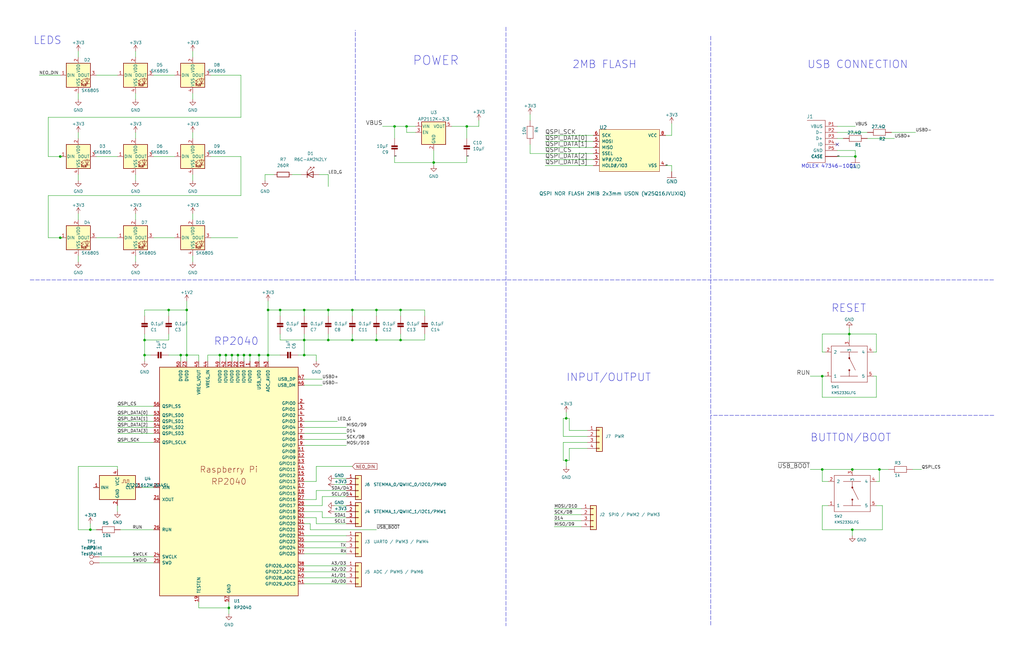
<source format=kicad_sch>
(kicad_sch (version 20211123) (generator eeschema)
  (paper "B")
  (title_block (title "Mini SAM D51"))
  (lib_symbols
    (symbol "Connector:TestPoint" (pin_numbers hide) (pin_names (offset 0.762) hide)
      (property "Reference" "TP" (at 0 6.858 0))
      (property "Value" "TestPoint" (at 0 5.08 0))
      (symbol "TestPoint_1_1"
        (pin passive line (at 0 0 90) (length 2.54) (name "1") (number "1"))
      )
    )
    (symbol "Connector_Generic:Conn_01x04" (pin_names (offset 1.016) hide)
      (property "Reference" "J" (at 0 5.08 0))
      (property "Value" "Conn_01x04" (at 0 -7.62 0))
      (symbol "Conn_01x04_1_1"
        (pin passive line (at -5.08 2.54 0) (length 3.81) (name "Pin_1") (number "1"))
        (pin passive line (at -5.08 0 0) (length 3.81) (name "Pin_2") (number "2"))
        (pin passive line (at -5.08 -2.54 0) (length 3.81) (name "Pin_3") (number "3"))
        (pin passive line (at -5.08 -5.08 0) (length 3.81) (name "Pin_4") (number "4"))
      )
    )
    (symbol "Custom_Library:R6C-AM2N2LY" (pin_numbers hide) (pin_names (offset 1.016) hide)
      (property "Reference" "D1" (at -1.143 8.89 0))
      (property "Value" "R6C-AM2N2LY" (at -1.143 6.35 0))
      (symbol "R6C-AM2N2LY_1_1"
        (pin passive line (at -5.08 0 0) (length 2.54) (name "C") (number "1"))
        (pin passive line (at 2.54 0 180) (length 2.54) (name "A") (number "2"))
      )
    )
    (symbol "Custom_Library:SK6805" (pin_names (offset 0.254))
      (property "Reference" "D" (at 5.08 5.715 0))
      (property "Value" "SK6805" (at 1.27 -5.715 0))
      (symbol "SK6805_0_0"
        (text "RGB" (at 2.286 -4.191 0) (effects (font (size 0.762 0.762))))
      )
      (symbol "SK6805_1_1"
        (pin input line (at -7.62 0 0) (length 2.54) (name "DIN") (number "1"))
        (pin power_in line (at 0 7.62 270) (length 2.54) (name "VDD") (number "2"))
        (pin output line (at 7.62 0 180) (length 2.54) (name "DOUT") (number "3"))
        (pin power_in line (at 0 -7.62 90) (length 2.54) (name "VSS") (number "4"))
      )
    )
    (symbol "Device:R" (pin_numbers hide) (pin_names (offset 0))
      (property "Reference" "R" (at 2.032 0 90))
      (property "Value" "R" (at 0 0 90))
      (symbol "R_1_1"
        (pin passive line (at 0 3.81 270) (length 1.27) (name "~") (number "1"))
        (pin passive line (at 0 -3.81 90) (length 1.27) (name "~") (number "2"))
      )
    )
    (symbol "MCU_RaspberryPi:RP2040" (pin_names (offset 1.016))
      (property "Reference" "U" (at -29.21 49.53 0))
      (property "Value" "RP2040" (at 24.13 -49.53 0))
      (symbol "RP2040_0_0"
        (text "Raspberry Pi" (at 0 5.08 0) (effects (font (size 2.54 2.54))))
        (text "RP2040" (at 0 0 0) (effects (font (size 2.54 2.54))))
      )
      (symbol "RP2040_1_1"
        (pin power_in line (at 8.89 50.8 270) (length 2.54) (name "IOVDD") (number "1"))
        (pin power_in line (at 6.35 50.8 270) (length 2.54) (name "IOVDD") (number "10"))
        (pin bidirectional line (at 31.75 12.7 180) (length 2.54) (name "GPIO8") (number "11"))
        (pin bidirectional line (at 31.75 10.16 180) (length 2.54) (name "GPIO9") (number "12"))
        (pin bidirectional line (at 31.75 7.62 180) (length 2.54) (name "GPIO10") (number "13"))
        (pin bidirectional line (at 31.75 5.08 180) (length 2.54) (name "GPIO11") (number "14"))
        (pin bidirectional line (at 31.75 2.54 180) (length 2.54) (name "GPIO12") (number "15"))
        (pin bidirectional line (at 31.75 0 180) (length 2.54) (name "GPIO13") (number "16"))
        (pin bidirectional line (at 31.75 -2.54 180) (length 2.54) (name "GPIO14") (number "17"))
        (pin bidirectional line (at 31.75 -5.08 180) (length 2.54) (name "GPIO15") (number "18"))
        (pin passive line (at -12.7 -50.8 90) (length 2.54) (name "TESTEN") (number "19"))
        (pin bidirectional line (at 31.75 33.02 180) (length 2.54) (name "GPIO0") (number "2"))
        (pin input line (at -31.75 -2.54 0) (length 2.54) (name "XIN") (number "20"))
        (pin passive line (at -31.75 -7.62 0) (length 2.54) (name "XOUT") (number "21"))
        (pin power_in line (at 3.81 50.8 270) (length 2.54) (name "IOVDD") (number "22"))
        (pin power_in line (at -17.78 50.8 270) (length 2.54) (name "DVDD") (number "23"))
        (pin output line (at -31.75 -31.75 0) (length 2.54) (name "SWCLK") (number "24"))
        (pin bidirectional line (at -31.75 -34.29 0) (length 2.54) (name "SWD") (number "25"))
        (pin input line (at -31.75 -20.32 0) (length 2.54) (name "RUN") (number "26"))
        (pin bidirectional line (at 31.75 -7.62 180) (length 2.54) (name "GPIO16") (number "27"))
        (pin bidirectional line (at 31.75 -10.16 180) (length 2.54) (name "GPIO17") (number "28"))
        (pin bidirectional line (at 31.75 -12.7 180) (length 2.54) (name "GPIO18") (number "29"))
        (pin bidirectional line (at 31.75 30.48 180) (length 2.54) (name "GPIO1") (number "3"))
        (pin bidirectional line (at 31.75 -15.24 180) (length 2.54) (name "GPIO19") (number "30"))
        (pin bidirectional line (at 31.75 -17.78 180) (length 2.54) (name "GPIO20") (number "31"))
        (pin bidirectional line (at 31.75 -20.32 180) (length 2.54) (name "GPIO21") (number "32"))
        (pin power_in line (at 1.27 50.8 270) (length 2.54) (name "IOVDD") (number "33"))
        (pin bidirectional line (at 31.75 -22.86 180) (length 2.54) (name "GPIO22") (number "34"))
        (pin bidirectional line (at 31.75 -25.4 180) (length 2.54) (name "GPIO23") (number "35"))
        (pin bidirectional line (at 31.75 -27.94 180) (length 2.54) (name "GPIO24") (number "36"))
        (pin bidirectional line (at 31.75 -30.48 180) (length 2.54) (name "GPIO25") (number "37"))
        (pin bidirectional line (at 31.75 -35.56 180) (length 2.54) (name "GPIO26_ADC0") (number "38"))
        (pin bidirectional line (at 31.75 -38.1 180) (length 2.54) (name "GPIO27_ADC1") (number "39"))
        (pin bidirectional line (at 31.75 27.94 180) (length 2.54) (name "GPIO2") (number "4"))
        (pin bidirectional line (at 31.75 -40.64 180) (length 2.54) (name "GPIO28_ADC2") (number "40"))
        (pin bidirectional line (at 31.75 -43.18 180) (length 2.54) (name "GPIO29_ADC3") (number "41"))
        (pin power_in line (at -1.27 50.8 270) (length 2.54) (name "IOVDD") (number "42"))
        (pin power_in line (at 16.51 50.8 270) (length 2.54) (name "ADC_AVDD") (number "43"))
        (pin power_in line (at -8.89 50.8 270) (length 2.54) (name "VREG_IN") (number "44"))
        (pin power_out line (at -12.7 50.8 270) (length 2.54) (name "VREG_VOUT") (number "45"))
        (pin bidirectional line (at 31.75 40.64 180) (length 2.54) (name "USB_DM") (number "46"))
        (pin bidirectional line (at 31.75 43.18 180) (length 2.54) (name "USB_DP") (number "47"))
        (pin power_in line (at 12.7 50.8 270) (length 2.54) (name "USB_VDD") (number "48"))
        (pin power_in line (at -3.81 50.8 270) (length 2.54) (name "IOVDD") (number "49"))
        (pin bidirectional line (at 31.75 25.4 180) (length 2.54) (name "GPIO3") (number "5"))
        (pin power_in line (at -20.32 50.8 270) (length 2.54) (name "DVDD") (number "50"))
        (pin bidirectional line (at -31.75 20.32 0) (length 2.54) (name "QSPI_SD3") (number "51"))
        (pin output line (at -31.75 16.51 0) (length 2.54) (name "QSPI_SCLK") (number "52"))
        (pin bidirectional line (at -31.75 27.94 0) (length 2.54) (name "QSPI_SD0") (number "53"))
        (pin bidirectional line (at -31.75 22.86 0) (length 2.54) (name "QSPI_SD2") (number "54"))
        (pin bidirectional line (at -31.75 25.4 0) (length 2.54) (name "QSPI_SD1") (number "55"))
        (pin bidirectional line (at -31.75 31.75 0) (length 2.54) (name "QSPI_SS") (number "56"))
        (pin power_in line (at 0 -50.8 90) (length 2.54) (name "GND") (number "57"))
        (pin bidirectional line (at 31.75 22.86 180) (length 2.54) (name "GPIO4") (number "6"))
        (pin bidirectional line (at 31.75 20.32 180) (length 2.54) (name "GPIO5") (number "7"))
        (pin bidirectional line (at 31.75 17.78 180) (length 2.54) (name "GPIO6") (number "8"))
        (pin bidirectional line (at 31.75 15.24 180) (length 2.54) (name "GPIO7") (number "9"))
      )
    )
    (symbol "MINI_SAM_D51_r025_b001-eagle-import:CAP_CERAMICQUIRKY" (pin_names (offset 1.016))
      (property "Reference" "C" (at 2.54 2.54 0))
      (property "Value" "CAP_CERAMICQUIRKY" (at 2.54 0 0))
      (symbol "CAP_CERAMICQUIRKY_1_0"
        (pin passive line (at 0 5.08 270) (length 2.54) (name "P$1") (number "1"))
        (pin passive line (at 0 -2.54 90) (length 2.54) (name "P$2") (number "2"))
      )
    )
    (symbol "MINI_SAM_D51_r025_b001-eagle-import:FRAME_B_L" (pin_names (offset 1.016))
      (symbol "FRAME_B_L_2_0"
        (text ">DRAWING_NAME" (at 17.78 19.05 0) (effects (font (size 2.159 2.159)) (justify left bottom)))
        (text ">LAST_DATE_TIME" (at 12.7 1.27 0) (effects (font (size 2.159 2.159)) (justify left bottom)))
        (text ">SHEET" (at 86.36 1.27 0) (effects (font (size 2.159 2.159)) (justify left bottom)))
        (text "Date:" (at 1.27 1.27 0) (effects (font (size 2.159 2.159)) (justify left bottom)))
        (text "Document Number:" (at 1.27 11.43 0) (effects (font (size 2.159 2.159)) (justify left bottom)))
        (text "REV:" (at 88.9 11.43 0) (effects (font (size 2.159 2.159)) (justify left bottom)))
        (text "Sheet:" (at 72.39 1.27 0) (effects (font (size 2.159 2.159)) (justify left bottom)))
        (text "TITLE:" (at 1.27 19.05 0) (effects (font (size 2.159 2.159)) (justify left bottom)))
      )
    )
    (symbol "MINI_SAM_D51_r025_b001-eagle-import:GND" (power) (pin_names (offset 1.016))
      (property "Value" "GND" (at -2.54 -2.54 0))
      (symbol "GND_1_0"
        (pin power_in line (at 0 2.54 270) (length 2.54) (name "GND") (number "1"))
      )
    )
    (symbol "MINI_SAM_D51_r025_b001-eagle-import:KMS_SWITCHKMS" (pin_names (offset 1.016))
      (property "Value" "KMS_SWITCHKMS" (at -7.62 -12.7 0))
      (symbol "KMS_SWITCHKMS_1_0"
        (pin bidirectional line (at -10.16 -5.08 0) (length 2.54) (name "1") (number "1"))
        (pin bidirectional line (at -10.16 5.08 0) (length 2.54) (name "2") (number "2"))
        (pin bidirectional line (at 0 10.16 270) (length 2.54) (name "3") (number "3"))
        (pin bidirectional line (at 10.16 5.08 180) (length 2.54) (name "4") (number "4"))
        (pin bidirectional line (at 10.16 -5.08 180) (length 2.54) (name "5") (number "5"))
      )
    )
    (symbol "MINI_SAM_D51_r025_b001-eagle-import:MOLEX_47346-100147346" (pin_names (offset 1.016))
      (property "Value" "MOLEX_47346-100147346" (at -17.78 -2.54 0))
      (symbol "MOLEX_47346-100147346_1_0"
        (pin power_in line (at 5.08 5.08 180) (length 5.08) (name "VBUS") (number "P1"))
        (pin bidirectional line (at 5.08 2.54 180) (length 5.08) (name "D-") (number "P2"))
        (pin bidirectional line (at 5.08 0 180) (length 5.08) (name "D+") (number "P3"))
        (pin bidirectional line (at 5.08 -2.54 180) (length 5.08) (name "ID") (number "P4"))
        (pin power_in line (at 5.08 -5.08 180) (length 5.08) (name "GND") (number "P5"))
        (pin bidirectional line (at 5.08 -7.62 180) (length 5.08) (name "CASE") (number "PAD1"))
        (pin bidirectional line (at 5.08 -7.62 180) (length 5.08) (name "CASE") (number "PAD2"))
        (pin bidirectional line (at 5.08 -7.62 180) (length 5.08) (name "CASE") (number "PAD3"))
        (pin bidirectional line (at 5.08 -7.62 180) (length 5.08) (name "CASE") (number "PAD4"))
      )
    )
    (symbol "MINI_SAM_D51_r025_b001-eagle-import:RESISTORQUIRKY" (pin_names (offset 1.016))
      (property "Reference" "R" (at -2.54 2.032 0))
      (property "Value" "RESISTORQUIRKY" (at -2.54 -3.175 0))
      (symbol "RESISTORQUIRKY_1_0"
        (pin passive line (at -5.08 0 0) (length 2.54) (name "1") (number "1"))
        (pin passive line (at 5.08 0 180) (length 2.54) (name "2") (number "2"))
      )
    )
    (symbol "MINI_SAM_D51_r025_b001-eagle-import:SPIFLASH_8PINUX" (pin_names (offset 1.016))
      (property "Reference" "U2" (at -12.7 10.16 0))
      (property "Value" "QSPI NOR FLASH 2MiB 2x3mm USON (W25Q16JVUXIM)" (at -29.21 -11.43 0))
      (symbol "SPIFLASH_8PINUX_1_0"
        (pin bidirectional line (at -15.24 0 0) (length 2.54) (name "SSEL") (number "1"))
        (pin bidirectional line (at -15.24 2.54 0) (length 2.54) (name "MISO") (number "2"))
        (pin bidirectional line (at -15.24 -2.54 0) (length 2.54) (name "WP#/IO2") (number "3"))
        (pin power_out line (at 15.24 -5.08 180) (length 2.54) (name "VSS") (number "4"))
        (pin bidirectional line (at -15.24 5.08 0) (length 2.54) (name "MOSI") (number "5"))
        (pin bidirectional line (at -15.24 7.62 0) (length 2.54) (name "SCK") (number "6"))
        (pin bidirectional line (at -15.24 -5.08 0) (length 2.54) (name "HOLD#/IO3") (number "7"))
        (pin power_in line (at 15.24 7.62 180) (length 2.54) (name "VCC") (number "8"))
      )
    )
    (symbol "Oscillator:KC2520Z"
      (property "Reference" "U" (at 2.54 12.7 0))
      (property "Value" "KC2520Z" (at 6.35 10.16 0))
      (symbol "KC2520Z_1_1"
        (pin input line (at -10.16 0 0) (length 2.54) (name "INH") (number "1"))
        (pin power_in line (at 0 -7.62 90) (length 2.54) (name "GND") (number "2"))
        (pin output line (at 10.16 0 180) (length 2.54) (name "CLK") (number "3"))
        (pin power_in line (at 0 7.62 270) (length 2.54) (name "VCC") (number "4"))
      )
    )
    (symbol "Regulator_Linear:AP2112K-3.3" (pin_names (offset 0.254))
      (property "Reference" "U" (at -5.08 5.715 0))
      (property "Value" "AP2112K-3.3" (at 0 5.715 0))
      (symbol "AP2112K-3.3_1_1"
        (pin power_in line (at -7.62 2.54 0) (length 2.54) (name "VIN") (number "1"))
        (pin power_in line (at 0 -7.62 90) (length 2.54) (name "GND") (number "2"))
        (pin input line (at -7.62 0 0) (length 2.54) (name "EN") (number "3"))
        (pin no_connect line (at 5.08 0 180) (length 2.54) hide (name "NC") (number "4"))
        (pin power_out line (at 7.62 2.54 180) (length 2.54) (name "VOUT") (number "5"))
      )
    )
    (symbol "power:+1V2" (power) (pin_names (offset 0))
      (property "Value" "+1V2" (at 0 3.556 0))
      (symbol "+1V2_1_1"
        (pin power_in line (at 0 0 90) (length 0) hide (name "+1V2") (number "1"))
      )
    )
    (symbol "power:+3.3V" (power) (pin_names (offset 0))
      (property "Value" "+3.3V" (at 0 3.556 0))
      (symbol "+3.3V_1_1"
        (pin power_in line (at 0 0 90) (length 0) hide (name "+3V3") (number "1"))
      )
    )
    (symbol "power:GND" (power) (pin_names (offset 0))
      (property "Value" "GND" (at 0 -3.81 0))
      (symbol "GND_1_1"
        (pin power_in line (at 0 0 270) (length 0) hide (name "GND") (number "1"))
      )
    )
  )
  (junction (at 97.79 149.86))
  (junction (at 128.27 143.51))
  (junction (at 60.96 149.86))
  (junction (at 370.84 198.12))
  (junction (at 25.4 66.04))
  (junction (at 358.14 140.97))
  (junction (at 158.75 130.81))
  (junction (at 138.43 143.51))
  (junction (at 118.11 130.81))
  (junction (at 92.71 149.86))
  (junction (at 38.1 223.52))
  (junction (at 168.91 130.81))
  (junction (at 166.37 53.34))
  (junction (at 95.25 149.86))
  (junction (at 359.41 223.52))
  (junction (at 196.85 53.34))
  (junction (at 128.27 130.81))
  (junction (at 71.12 130.81))
  (junction (at 168.91 143.51))
  (junction (at 238.76 194.31))
  (junction (at 171.45 53.34))
  (junction (at 148.59 130.81))
  (junction (at 148.59 143.51))
  (junction (at 78.74 130.81))
  (junction (at 238.76 176.53))
  (junction (at 138.43 130.81))
  (junction (at 105.41 149.86))
  (junction (at 76.2 149.86))
  (junction (at 100.33 149.86))
  (junction (at 78.74 149.86))
  (junction (at 346.71 198.12))
  (junction (at 182.88 68.58))
  (junction (at 359.41 198.12))
  (junction (at 113.03 130.81))
  (junction (at 109.22 149.86))
  (junction (at 128.27 149.86))
  (junction (at 60.96 143.51))
  (junction (at 96.52 256.54))
  (junction (at 102.87 149.86))
  (junction (at 158.75 143.51))
  (junction (at 346.71 158.75))
  (junction (at 113.03 149.86))
  (junction (at 25.4 100.33))
  (junction (at 360.68 66.04))
  (no_connect (at 353.06 60.96))
  (wire (pts (xy 130.81 223.52) (xy 158.75 223.52)))
  (wire (pts (xy 125.73 149.86) (xy 128.27 149.86)))
  (wire (pts (xy 128.27 143.51) (xy 128.27 140.97)))
  (wire (pts (xy 81.28 107.95) (xy 81.28 110.49)))
  (wire (pts (xy 369.57 203.2) (xy 370.84 203.2)))
  (wire (pts (xy 40.64 31.75) (xy 49.53 31.75)))
  (wire (pts (xy 346.71 148.59) (xy 346.71 140.97)))
  (wire (pts (xy 128.27 226.06) (xy 146.05 226.06)))
  (wire (pts (xy 233.68 219.71) (xy 245.11 219.71)))
  (wire (pts (xy 97.79 149.86) (xy 100.33 149.86)))
  (wire (pts (xy 283.21 69.85) (xy 283.21 72.39)))
  (wire (pts (xy 166.37 68.58) (xy 182.88 68.58)))
  (wire (pts (xy 95.25 149.86) (xy 95.25 152.4)))
  (wire (pts (xy 57.15 73.66) (xy 57.15 76.2)))
  (wire (pts (xy 60.96 130.81) (xy 71.12 130.81)))
  (wire (pts (xy 81.28 21.59) (xy 81.28 24.13)))
  (wire (pts (xy 138.43 73.66) (xy 138.43 78.74)))
  (wire (pts (xy 20.32 82.55) (xy 20.32 100.33)))
  (wire (pts (xy 146.05 218.44) (xy 135.89 218.44)))
  (wire (pts (xy 57.15 90.17) (xy 57.15 92.71)))
  (wire (pts (xy 128.27 130.81) (xy 128.27 133.35)))
  (polyline (pts (xy 299.72 15.24) (xy 299.72 264.16)))
  (wire (pts (xy 83.82 152.4) (xy 83.82 149.86)))
  (wire (pts (xy 60.96 149.86) (xy 60.96 152.4)))
  (wire (pts (xy 140.97 204.47) (xy 146.05 204.47)))
  (wire (pts (xy 368.3 158.75) (xy 369.57 158.75)))
  (wire (pts (xy 118.11 143.51) (xy 128.27 143.51)))
  (wire (pts (xy 20.32 49.53) (xy 101.6 49.53)))
  (wire (pts (xy 233.68 214.63) (xy 245.11 214.63)))
  (wire (pts (xy 171.45 55.88) (xy 175.26 55.88)))
  (wire (pts (xy 92.71 152.4) (xy 92.71 149.86)))
  (wire (pts (xy 359.41 223.52) (xy 372.11 223.52)))
  (wire (pts (xy 133.35 218.44) (xy 133.35 220.98)))
  (wire (pts (xy 60.96 149.86) (xy 63.5 149.86)))
  (wire (pts (xy 168.91 130.81) (xy 179.07 130.81)))
  (wire (pts (xy 240.03 181.61) (xy 240.03 176.53)))
  (wire (pts (xy 59.69 205.74) (xy 64.77 205.74)))
  (wire (pts (xy 369.57 213.36) (xy 372.11 213.36)))
  (wire (pts (xy 346.71 140.97) (xy 358.14 140.97)))
  (wire (pts (xy 237.49 184.15) (xy 237.49 176.53)))
  (wire (pts (xy 33.02 90.17) (xy 33.02 92.71)))
  (wire (pts (xy 166.37 53.34) (xy 166.37 58.42)))
  (wire (pts (xy 49.53 180.34) (xy 64.77 180.34)))
  (wire (pts (xy 26.67 100.33) (xy 25.4 100.33)))
  (wire (pts (xy 201.93 50.8) (xy 201.93 53.34)))
  (wire (pts (xy 148.59 143.51) (xy 148.59 140.97)))
  (wire (pts (xy 113.03 127) (xy 113.03 130.81)))
  (wire (pts (xy 128.27 238.76) (xy 146.05 238.76)))
  (wire (pts (xy 41.91 237.49) (xy 64.77 237.49)))
  (wire (pts (xy 233.68 217.17) (xy 245.11 217.17)))
  (wire (pts (xy 49.53 171.45) (xy 64.77 171.45)))
  (wire (pts (xy 111.76 73.66) (xy 111.76 76.2)))
  (wire (pts (xy 40.64 223.52) (xy 38.1 223.52)))
  (wire (pts (xy 223.52 48.26) (xy 223.52 50.8)))
  (wire (pts (xy 359.41 223.52) (xy 359.41 226.06)))
  (wire (pts (xy 133.35 203.2) (xy 133.35 196.85)))
  (wire (pts (xy 128.27 162.56) (xy 135.89 162.56)))
  (wire (pts (xy 33.02 73.66) (xy 33.02 76.2)))
  (wire (pts (xy 25.4 100.33) (xy 20.32 100.33)))
  (wire (pts (xy 341.63 158.75) (xy 346.71 158.75)))
  (wire (pts (xy 49.53 177.8) (xy 64.77 177.8)))
  (wire (pts (xy 102.87 149.86) (xy 102.87 152.4)))
  (wire (pts (xy 33.02 107.95) (xy 33.02 110.49)))
  (wire (pts (xy 92.71 149.86) (xy 95.25 149.86)))
  (wire (pts (xy 88.9 100.33) (xy 100.33 100.33)))
  (wire (pts (xy 134.62 73.66) (xy 138.43 73.66)))
  (wire (pts (xy 229.87 59.69) (xy 250.19 59.69)))
  (wire (pts (xy 133.35 196.85) (xy 148.59 196.85)))
  (wire (pts (xy 118.11 140.97) (xy 118.11 143.51)))
  (wire (pts (xy 81.28 73.66) (xy 81.28 76.2)))
  (wire (pts (xy 247.65 189.23) (xy 240.03 189.23)))
  (wire (pts (xy 49.53 196.85) (xy 49.53 198.12)))
  (wire (pts (xy 365.76 58.42) (xy 377.19 58.42)))
  (wire (pts (xy 158.75 130.81) (xy 168.91 130.81)))
  (wire (pts (xy 196.85 53.34) (xy 201.93 53.34)))
  (wire (pts (xy 60.96 143.51) (xy 60.96 149.86)))
  (wire (pts (xy 133.35 210.82) (xy 133.35 207.01)))
  (wire (pts (xy 26.67 66.04) (xy 25.4 66.04)))
  (wire (pts (xy 140.97 201.93) (xy 146.05 201.93)))
  (wire (pts (xy 128.27 149.86) (xy 133.35 149.86)))
  (wire (pts (xy 384.81 198.12) (xy 388.62 198.12)))
  (wire (pts (xy 128.27 180.34) (xy 146.05 180.34)))
  (wire (pts (xy 100.33 149.86) (xy 100.33 152.4)))
  (wire (pts (xy 123.19 73.66) (xy 127 73.66)))
  (wire (pts (xy 128.27 185.42) (xy 146.05 185.42)))
  (wire (pts (xy 71.12 130.81) (xy 71.12 133.35)))
  (wire (pts (xy 83.82 254) (xy 83.82 256.54)))
  (wire (pts (xy 83.82 149.86) (xy 78.74 149.86)))
  (wire (pts (xy 250.19 64.77) (xy 223.52 64.77)))
  (wire (pts (xy 135.89 209.55) (xy 146.05 209.55)))
  (wire (pts (xy 250.19 57.15) (xy 229.87 57.15)))
  (wire (pts (xy 128.27 203.2) (xy 133.35 203.2)))
  (polyline (pts (xy 149.86 118.11) (xy 149.86 12.7)))
  (wire (pts (xy 118.11 130.81) (xy 128.27 130.81)))
  (wire (pts (xy 237.49 186.69) (xy 247.65 186.69)))
  (wire (pts (xy 38.1 223.52) (xy 33.02 223.52)))
  (wire (pts (xy 360.68 66.04) (xy 360.68 63.5)))
  (wire (pts (xy 238.76 176.53) (xy 240.03 176.53)))
  (wire (pts (xy 40.64 100.33) (xy 49.53 100.33)))
  (wire (pts (xy 16.51 31.75) (xy 25.4 31.75)))
  (wire (pts (xy 179.07 130.81) (xy 179.07 133.35)))
  (wire (pts (xy 148.59 130.81) (xy 158.75 130.81)))
  (wire (pts (xy 71.12 130.81) (xy 78.74 130.81)))
  (wire (pts (xy 81.28 90.17) (xy 81.28 92.71)))
  (wire (pts (xy 113.03 130.81) (xy 118.11 130.81)))
  (wire (pts (xy 40.64 66.04) (xy 49.53 66.04)))
  (wire (pts (xy 138.43 143.51) (xy 138.43 140.97)))
  (wire (pts (xy 64.77 100.33) (xy 73.66 100.33)))
  (wire (pts (xy 97.79 149.86) (xy 97.79 152.4)))
  (wire (pts (xy 49.53 182.88) (xy 64.77 182.88)))
  (wire (pts (xy 78.74 149.86) (xy 76.2 149.86)))
  (wire (pts (xy 148.59 130.81) (xy 148.59 133.35)))
  (wire (pts (xy 109.22 152.4) (xy 109.22 149.86)))
  (wire (pts (xy 229.87 69.85) (xy 250.19 69.85)))
  (wire (pts (xy 113.03 152.4) (xy 113.03 149.86)))
  (wire (pts (xy 128.27 243.84) (xy 146.05 243.84)))
  (wire (pts (xy 171.45 53.34) (xy 166.37 53.34)))
  (wire (pts (xy 190.5 53.34) (xy 196.85 53.34)))
  (wire (pts (xy 102.87 149.86) (xy 105.41 149.86)))
  (wire (pts (xy 33.02 39.37) (xy 33.02 41.91)))
  (wire (pts (xy 369.57 158.75) (xy 369.57 167.64)))
  (wire (pts (xy 128.27 233.68) (xy 146.05 233.68)))
  (wire (pts (xy 57.15 21.59) (xy 57.15 24.13)))
  (wire (pts (xy 64.77 66.04) (xy 73.66 66.04)))
  (wire (pts (xy 128.27 215.9) (xy 135.89 215.9)))
  (wire (pts (xy 353.06 58.42) (xy 355.6 58.42)))
  (wire (pts (xy 71.12 140.97) (xy 71.12 143.51)))
  (wire (pts (xy 133.35 220.98) (xy 146.05 220.98)))
  (wire (pts (xy 372.11 223.52) (xy 372.11 213.36)))
  (wire (pts (xy 49.53 186.69) (xy 64.77 186.69)))
  (wire (pts (xy 370.84 198.12) (xy 374.65 198.12)))
  (wire (pts (xy 50.8 223.52) (xy 64.77 223.52)))
  (wire (pts (xy 140.97 213.36) (xy 146.05 213.36)))
  (wire (pts (xy 158.75 143.51) (xy 158.75 140.97)))
  (wire (pts (xy 182.88 68.58) (xy 196.85 68.58)))
  (wire (pts (xy 341.63 198.12) (xy 346.71 198.12)))
  (wire (pts (xy 128.27 228.6) (xy 146.05 228.6)))
  (wire (pts (xy 346.71 167.64) (xy 346.71 158.75)))
  (wire (pts (xy 71.12 143.51) (xy 60.96 143.51)))
  (wire (pts (xy 353.06 55.88) (xy 365.76 55.88)))
  (wire (pts (xy 346.71 148.59) (xy 347.98 148.59)))
  (wire (pts (xy 358.14 140.97) (xy 358.14 143.51)))
  (wire (pts (xy 133.35 149.86) (xy 133.35 152.4)))
  (wire (pts (xy 128.27 241.3) (xy 146.05 241.3)))
  (wire (pts (xy 96.52 256.54) (xy 96.52 259.08)))
  (wire (pts (xy 369.57 140.97) (xy 369.57 148.59)))
  (wire (pts (xy 237.49 176.53) (xy 238.76 176.53)))
  (wire (pts (xy 60.96 140.97) (xy 60.96 143.51)))
  (wire (pts (xy 109.22 149.86) (xy 105.41 149.86)))
  (wire (pts (xy 64.77 31.75) (xy 73.66 31.75)))
  (wire (pts (xy 87.63 152.4) (xy 87.63 149.86)))
  (wire (pts (xy 118.11 130.81) (xy 118.11 133.35)))
  (wire (pts (xy 128.27 177.8) (xy 142.24 177.8)))
  (wire (pts (xy 375.92 55.88) (xy 386.08 55.88)))
  (wire (pts (xy 20.32 66.04) (xy 20.32 49.53)))
  (wire (pts (xy 250.19 62.23) (xy 229.87 62.23)))
  (wire (pts (xy 101.6 49.53) (xy 101.6 31.75)))
  (wire (pts (xy 346.71 223.52) (xy 359.41 223.52)))
  (wire (pts (xy 280.67 69.85) (xy 283.21 69.85)))
  (wire (pts (xy 101.6 82.55) (xy 20.32 82.55)))
  (wire (pts (xy 369.57 167.64) (xy 346.71 167.64)))
  (wire (pts (xy 33.02 223.52) (xy 33.02 196.85)))
  (wire (pts (xy 115.57 73.66) (xy 111.76 73.66)))
  (wire (pts (xy 133.35 207.01) (xy 146.05 207.01)))
  (wire (pts (xy 240.03 189.23) (xy 240.03 194.31)))
  (wire (pts (xy 57.15 55.88) (xy 57.15 58.42)))
  (wire (pts (xy 161.29 53.34) (xy 166.37 53.34)))
  (wire (pts (xy 25.4 66.04) (xy 20.32 66.04)))
  (wire (pts (xy 283.21 57.15) (xy 283.21 52.07)))
  (wire (pts (xy 280.67 57.15) (xy 283.21 57.15)))
  (wire (pts (xy 171.45 55.88) (xy 171.45 53.34)))
  (wire (pts (xy 113.03 149.86) (xy 109.22 149.86)))
  (wire (pts (xy 78.74 149.86) (xy 78.74 152.4)))
  (wire (pts (xy 135.89 213.36) (xy 135.89 209.55)))
  (wire (pts (xy 140.97 215.9) (xy 146.05 215.9)))
  (wire (pts (xy 346.71 213.36) (xy 346.71 223.52)))
  (wire (pts (xy 168.91 143.51) (xy 179.07 143.51)))
  (wire (pts (xy 182.88 63.5) (xy 182.88 68.58)))
  (wire (pts (xy 128.27 130.81) (xy 138.43 130.81)))
  (wire (pts (xy 238.76 194.31) (xy 238.76 196.85)))
  (wire (pts (xy 247.65 184.15) (xy 237.49 184.15)))
  (wire (pts (xy 358.14 140.97) (xy 369.57 140.97)))
  (wire (pts (xy 369.57 148.59) (xy 368.3 148.59)))
  (wire (pts (xy 196.85 66.04) (xy 196.85 68.58)))
  (wire (pts (xy 128.27 187.96) (xy 146.05 187.96)))
  (wire (pts (xy 49.53 175.26) (xy 64.77 175.26)))
  (wire (pts (xy 240.03 194.31) (xy 238.76 194.31)))
  (wire (pts (xy 100.33 149.86) (xy 102.87 149.86)))
  (wire (pts (xy 71.12 149.86) (xy 76.2 149.86)))
  (wire (pts (xy 78.74 130.81) (xy 78.74 149.86)))
  (wire (pts (xy 138.43 143.51) (xy 148.59 143.51)))
  (wire (pts (xy 57.15 39.37) (xy 57.15 41.91)))
  (wire (pts (xy 346.71 203.2) (xy 346.71 198.12)))
  (wire (pts (xy 33.02 55.88) (xy 33.02 58.42)))
  (wire (pts (xy 76.2 149.86) (xy 76.2 152.4)))
  (wire (pts (xy 128.27 220.98) (xy 130.81 220.98)))
  (wire (pts (xy 346.71 158.75) (xy 347.98 158.75)))
  (wire (pts (xy 168.91 130.81) (xy 168.91 133.35)))
  (wire (pts (xy 247.65 181.61) (xy 240.03 181.61)))
  (wire (pts (xy 238.76 194.31) (xy 237.49 194.31)))
  (wire (pts (xy 60.96 133.35) (xy 60.96 130.81)))
  (wire (pts (xy 358.14 140.97) (xy 358.14 138.43)))
  (wire (pts (xy 353.06 63.5) (xy 360.68 63.5)))
  (wire (pts (xy 88.9 66.04) (xy 101.6 66.04)))
  (wire (pts (xy 33.02 196.85) (xy 49.53 196.85)))
  (wire (pts (xy 349.25 203.2) (xy 346.71 203.2)))
  (wire (pts (xy 113.03 149.86) (xy 118.11 149.86)))
  (wire (pts (xy 101.6 66.04) (xy 101.6 82.55)))
  (wire (pts (xy 370.84 198.12) (xy 359.41 198.12)))
  (wire (pts (xy 128.27 213.36) (xy 135.89 213.36)))
  (wire (pts (xy 138.43 130.81) (xy 148.59 130.81)))
  (wire (pts (xy 83.82 256.54) (xy 96.52 256.54)))
  (wire (pts (xy 128.27 160.02) (xy 135.89 160.02)))
  (wire (pts (xy 182.88 68.58) (xy 182.88 69.85)))
  (polyline (pts (xy 419.1 175.26) (xy 299.72 175.26)))
  (wire (pts (xy 133.35 218.44) (xy 128.27 218.44)))
  (wire (pts (xy 57.15 107.95) (xy 57.15 110.49)))
  (wire (pts (xy 128.27 143.51) (xy 128.27 149.86)))
  (wire (pts (xy 138.43 130.81) (xy 138.43 133.35)))
  (wire (pts (xy 359.41 198.12) (xy 346.71 198.12)))
  (wire (pts (xy 81.28 55.88) (xy 81.28 58.42)))
  (wire (pts (xy 128.27 246.38) (xy 146.05 246.38)))
  (wire (pts (xy 349.25 213.36) (xy 346.71 213.36)))
  (wire (pts (xy 237.49 194.31) (xy 237.49 186.69)))
  (wire (pts (xy 171.45 53.34) (xy 175.26 53.34)))
  (wire (pts (xy 130.81 220.98) (xy 130.81 223.52)))
  (wire (pts (xy 148.59 143.51) (xy 158.75 143.51)))
  (wire (pts (xy 168.91 143.51) (xy 168.91 140.97)))
  (wire (pts (xy 95.25 149.86) (xy 97.79 149.86)))
  (wire (pts (xy 81.28 39.37) (xy 81.28 41.91)))
  (wire (pts (xy 128.27 143.51) (xy 138.43 143.51)))
  (wire (pts (xy 233.68 222.25) (xy 245.11 222.25)))
  (wire (pts (xy 238.76 173.99) (xy 238.76 176.53)))
  (wire (pts (xy 128.27 182.88) (xy 146.05 182.88)))
  (wire (pts (xy 78.74 127) (xy 78.74 130.81)))
  (wire (pts (xy 41.91 234.95) (xy 64.77 234.95)))
  (polyline (pts (xy 213.36 11.43) (xy 213.36 264.16)))
  (wire (pts (xy 223.52 64.77) (xy 223.52 60.96)))
  (wire (pts (xy 105.41 149.86) (xy 105.41 152.4)))
  (wire (pts (xy 113.03 149.86) (xy 113.03 130.81)))
  (wire (pts (xy 49.53 213.36) (xy 49.53 215.9)))
  (wire (pts (xy 128.27 210.82) (xy 133.35 210.82)))
  (wire (pts (xy 370.84 203.2) (xy 370.84 198.12)))
  (wire (pts (xy 135.89 215.9) (xy 135.89 218.44)))
  (wire (pts (xy 353.06 66.04) (xy 360.68 66.04)))
  (wire (pts (xy 33.02 21.59) (xy 33.02 24.13)))
  (polyline (pts (xy 12.7 118.11) (xy 419.1 118.11)))
  (wire (pts (xy 179.07 143.51) (xy 179.07 140.97)))
  (wire (pts (xy 38.1 220.98) (xy 38.1 223.52)))
  (wire (pts (xy 96.52 254) (xy 96.52 256.54)))
  (wire (pts (xy 250.19 67.31) (xy 229.87 67.31)))
  (wire (pts (xy 101.6 31.75) (xy 88.9 31.75)))
  (wire (pts (xy 87.63 149.86) (xy 92.71 149.86)))
  (wire (pts (xy 158.75 143.51) (xy 168.91 143.51)))
  (wire (pts (xy 158.75 130.81) (xy 158.75 133.35)))
  (wire (pts (xy 353.06 53.34) (xy 360.68 53.34)))
  (wire (pts (xy 128.27 231.14) (xy 146.05 231.14)))
  (wire (pts (xy 196.85 53.34) (xy 196.85 58.42)))
  (wire (pts (xy 166.37 66.04) (xy 166.37 68.58)))
  (text "2MB FLASH" (at 241.3 29.21 0) (effects (font (size 3.2258 3.2258)) (justify left bottom)))
  (text "RESET" (at 350.52 132.08 0) (effects (font (size 3.2258 3.2258)) (justify left bottom)))
  (text "INPUT/OUTPUT" (at 238.76 161.29 0) (effects (font (size 3.2258 3.2258)) (justify left bottom)))
  (text "POWER" (at 173.99 27.94 0) (effects (font (size 3.81 3.81)) (justify left bottom)))
  (text "BUTTON/BOOT" (at 341.63 186.69 0) (effects (font (size 3.2258 3.2258)) (justify left bottom)))
  (text "USB CONNECTION" (at 340.36 29.21 0) (effects (font (size 3.2258 3.2258)) (justify left bottom)))
  (text "MOLEX 47346-1001" (at 337.82 71.12 0) (effects (font (size 1.4986 1.4986)) (justify left bottom)))
  (text "LEDS" (at 13.97 19.05 0) (effects (font (size 3.2258 3.2258)) (justify left bottom)))
  (text "RP2040" (at 90.17 146.05 0) (effects (font (size 3.2258 3.2258)) (justify left bottom)))
  (label "QSPI_SCK" (at 49.53 186.69 0))
  (label "QSPI_SCK" (at 229.87 57.15 0) (effects (font (size 1.778 1.778))))
  (label "GND" (at 166.37 66.04 0) (effects (font (size 0.254 0.254))))
  (label "D14" (at 146.05 182.88 0))
  (label "SCK{slash}D8" (at 146.05 185.42 0))
  (label "USBD+" (at 377.19 58.42 0))
  (label "SCL1" (at 140.97 220.98 0))
  (label "TX" (at 143.51 231.14 0))
  (label "MISO{slash}D9" (at 146.05 180.34 0))
  (label "QSPI_DATA[3]" (at 229.87 69.85 0) (effects (font (size 1.778 1.778))))
  (label "QSPI_CS" (at 49.53 171.45 0))
  (label "SWDIO" (at 55.88 237.49 0))
  (label "NEO_DIN" (at 16.51 31.75 0))
  (label "QSPI_DATA[1]" (at 49.53 177.8 0))
  (label "A0{slash}D0" (at 139.7 246.38 0))
  (label "QSPI_DATA[3]" (at 49.53 182.88 0))
  (label "RUN" (at 341.63 158.75 180) (effects (font (size 1.778 1.778))))
  (label "MOSI{slash}D10" (at 233.68 214.63 0))
  (label "QSPI_DATA[0]" (at 229.87 59.69 0) (effects (font (size 1.778 1.778))))
  (label "GND" (at 196.85 66.04 0) (effects (font (size 0.254 0.254))))
  (label "QSPI_DATA[0]" (at 49.53 175.26 0))
  (label "MISO{slash}D9" (at 233.68 222.25 0))
  (label "SDA1" (at 140.97 218.44 0))
  (label "LED_G" (at 138.43 73.66 0))
  (label "SDA{slash}D4" (at 139.7 207.01 0))
  (label "SCL{slash}D5" (at 139.7 209.55 0))
  (label "GND" (at 280.67 69.85 0) (effects (font (size 0.254 0.254))))
  (label "QSPI_DATA[2]" (at 229.87 67.31 0) (effects (font (size 1.778 1.778))))
  (label "~{USB_BOOT}" (at 341.63 198.12 180) (effects (font (size 1.778 1.778))))
  (label "RX" (at 143.51 233.68 0))
  (label "MOSI{slash}D10" (at 146.05 187.96 0))
  (label "QSPI_DATA[2]" (at 49.53 180.34 0))
  (label "A3{slash}D3" (at 139.7 238.76 0))
  (label "VBUS" (at 360.68 53.34 0))
  (label "A1{slash}D1" (at 139.7 243.84 0))
  (label "SCK{slash}D8" (at 233.68 217.17 0))
  (label "USBD-" (at 135.89 162.56 0))
  (label "USBD+" (at 135.89 160.02 0))
  (label "GND" (at 353.06 66.04 0) (effects (font (size 0.254 0.254))))
  (label "USBD-" (at 386.08 55.88 0))
  (label "QSPI_CS" (at 229.87 64.77 0) (effects (font (size 1.778 1.778))))
  (label "SWCLK" (at 55.88 234.95 0))
  (label "QSPI_CS" (at 388.62 198.12 0))
  (label "VBUS" (at 161.29 53.34 180) (effects (font (size 1.778 1.778))))
  (label "D14" (at 233.68 219.71 0))
  (label "A2{slash}D2" (at 139.7 241.3 0))
  (label "~{USB_BOOT}" (at 158.75 223.52 0))
  (label "RUN" (at 55.88 223.52 0))
  (label "QSPI_DATA[1]" (at 229.87 62.23 0) (effects (font (size 1.778 1.778))))
  (label "LED_G" (at 142.24 177.8 0))
  (global_label "NEO_DIN" (shape input) (at 148.59 196.85 0) (property "Intersheet References" "${INTERSHEET_REFS}" (effects hide)))
  (symbol (lib_id "MINI_SAM_D51_r025_b001-eagle-import:KMS_SWITCHKMS") (at 359.41 208.28 0) (unit 1)
    (property "Reference" "SW2" (at 351.79 218.44 0) (effects (font (size 1.0668 1.0668)) (justify left bottom)))
    (property "Value" "KMS233GLFG" (at 351.79 220.98 0) (effects (font (size 1.0668 1.0668)) (justify left bottom)))
    (property "Footprint" "MINI_SAM_D51_r025_b001:KMS_SWITCH" (effects hide))
  )
  (symbol (lib_id "MINI_SAM_D51_r025_b001-eagle-import:CAP_CERAMICQUIRKY") (at 166.37 60.96 180) (unit 1)
    (property "Reference" "C9" (at 163.83 63.5 0) (effects (justify left bottom)))
    (property "Value" "10µF" (at 163.83 60.96 0) (effects (justify left bottom)))
    (property "Footprint" "MINI_SAM_D51_r025_b001:0603_CAPACITOR" (effects hide))
  )
  (symbol (lib_id "MINI_SAM_D51_r025_b001-eagle-import:KMS_SWITCHKMS") (at 358.14 153.67 0) (unit 1)
    (property "Reference" "SW1" (at 350.52 163.83 0) (effects (font (size 1.0668 1.0668)) (justify left bottom)))
    (property "Value" "KMS233GLFG" (at 350.52 166.37 0) (effects (font (size 1.0668 1.0668)) (justify left bottom)))
    (property "Footprint" "MINI_SAM_D51_r025_b001:KMS_SWITCH" (effects hide))
  )
  (symbol (lib_id "MINI_SAM_D51_r025_b001-eagle-import:GND") (at 283.21 74.93 0) (mirror y) (unit 1)
    (property "Reference" "#GND018" (effects hide))
    (property "Value" "GND" (at 285.75 77.47 0) (effects (font (size 1.4986 1.4986)) (justify left bottom)))
  )
  (symbol (lib_id "MINI_SAM_D51_r025_b001-eagle-import:FRAME_B_L") (at 2.54 278.13 0) (unit 1)
    (property "Reference" "#FRAME1" (effects hide))
    (property "Value" "45" (effects hide))
  )
  (symbol (lib_id "MINI_SAM_D51_r025_b001-eagle-import:CAP_CERAMICQUIRKY") (at 196.85 63.5 0) (unit 1)
    (property "Reference" "C10" (at 199.39 60.96 0) (effects (justify left bottom)))
    (property "Value" "10µF" (at 199.39 63.5 0) (effects (justify left bottom)))
    (property "Footprint" "MINI_SAM_D51_r025_b001:0603_CAPACITOR" (effects hide))
  )
  (symbol (lib_id "MINI_SAM_D51_r025_b001-eagle-import:GND") (at 360.68 68.58 0) (unit 1)
    (property "Reference" "#GND012" (effects hide))
    (property "Value" "GND" (at 358.14 71.12 0) (effects (font (size 1.4986 1.4986)) (justify left bottom)))
  )
  (symbol (lib_id "MINI_SAM_D51_r025_b001-eagle-import:SPIFLASH_8PINUX") (at 265.43 64.77 0) (unit 1)
    (property "Reference" "U2" (at 252.73 54.61 0) (effects (font (size 1.4986 1.4986)) (justify left bottom)))
    (property "Value" "QSPI NOR FLASH 2MiB 2x3mm USON (W25Q16JVUXIQ)" (at 227.33 82.55 0) (effects (font (size 1.4986 1.4986)) (justify left bottom)))
    (property "Footprint" "Custom_Library:USON-8_L3.0-W2.0-P0.50-BL-EP" (effects hide))
  )
  (symbol (lib_id "MINI_SAM_D51_r025_b001-eagle-import:MOLEX_47346-100147346") (at 347.98 58.42 0) (unit 1)
    (property "Reference" "J1" (at 340.106 50.038 0) (effects (font (size 1.4986 1.4986)) (justify left bottom)))
    (property "Value" "MOLEX_47346-100147346" (effects hide))
    (property "Footprint" "MINI_SAM_D51_r025_b001:MOLEX_47346-1001" (effects hide))
  )
  (symbol (lib_id "MINI_SAM_D51_r025_b001-eagle-import:CAP_CERAMICQUIRKY") (at 118.11 135.89 0) (mirror x) (unit 1)
    (property "Reference" "C5" (at 120.65 138.43 0) (effects (justify left bottom)))
    (property "Value" "0.1µF" (at 120.65 135.89 0) (effects (justify left bottom)))
    (property "Footprint" "Capacitor_SMD:C_0402_1005Metric" (effects hide))
  )
  (symbol (lib_id "power:GND") (at 359.41 226.06 0) (unit 1)
    (property "Reference" "#PWR0115" (effects hide))
    (property "Value" "GND" (at 361.315 227.809 0) (effects (justify left)))
  )
  (symbol (lib_id "power:GND") (at 238.76 196.85 0) (unit 1)
    (property "Reference" "#PWR0119" (effects hide))
    (property "Value" "GND" (at 238.76 201.4125 0))
  )
  (symbol (lib_id "power:GND") (at 60.96 152.4 0) (unit 1)
    (property "Reference" "#PWR0103" (effects hide))
    (property "Value" "GND" (at 60.96 156.9625 0))
  )
  (symbol (lib_id "Connector_Generic:Conn_01x04") (at 252.73 184.15 0) (unit 1)
    (property "Reference" "J7" (at 255.27 184.15 0) (effects (justify left)))
    (property "Value" "PWR" (at 259.08 184.15 0) (effects (justify left)))
    (property "Footprint" "Connector_JST:JST_SH_SM04B-SRSS-TB_1x04-1MP_P1.00mm_Horizontal" (effects hide))
  )
  (symbol (lib_id "Device:R") (at 119.38 73.66 270) (mirror x) (unit 1)
    (property "Reference" "R7" (at 119.38 67.31 90))
    (property "Value" "260R" (at 119.38 69.85 90))
    (property "Footprint" "Resistor_SMD:R_0603_1608Metric" (effects hide))
  )
  (symbol (lib_id "Custom_Library:SK6805") (at 57.15 31.75 0) (unit 1)
    (property "Reference" "D5" (at 67.31 27.4193 0))
    (property "Value" "SK6805" (at 67.31 29.9593 0))
    (property "Footprint" "Custom_Library:LED_SK6805_EC15_1.5x1.5mm" (effects hide))
    (property "Datasheet" "https://datasheet.lcsc.com/lcsc/2108251530_OPSCO-Optoelectronics-SK6805-EC15_C2890035.pdf" (effects hide))
  )
  (symbol (lib_id "MINI_SAM_D51_r025_b001-eagle-import:RESISTORQUIRKY") (at 370.84 55.88 180) (unit 1)
    (property "Reference" "R2" (at 373.38 57.912 0) (effects (justify left bottom)))
    (property "Value" "27.4Ω" (at 373.38 52.705 0) (effects (justify left bottom)))
    (property "Footprint" "Resistor_SMD:R_0402_1005Metric" (effects hide))
  )
  (symbol (lib_id "power:+3.3V") (at 81.28 90.17 0) (unit 1)
    (property "Reference" "#PWR0137" (effects hide))
    (property "Value" "+3.3V" (at 81.28 86.5655 0))
  )
  (symbol (lib_id "MINI_SAM_D51_r025_b001-eagle-import:RESISTORQUIRKY") (at 223.52 55.88 270) (unit 1)
    (property "Reference" "R4" (at 225.552 53.34 0) (effects (justify left bottom)))
    (property "Value" "10k" (at 220.345 53.34 0) (effects (justify left bottom)))
    (property "Footprint" "Resistor_SMD:R_0402_1005Metric" (effects hide))
  )
  (symbol (lib_id "Connector_Generic:Conn_01x04") (at 151.13 204.47 0) (unit 1)
    (property "Reference" "J6" (at 153.67 204.47 0) (effects (justify left)))
    (property "Value" "STEMMA_0/QWIIC_0/I2C0/PMW0" (at 157.48 204.47 0) (effects (justify left)))
    (property "Footprint" "Connector_JST:JST_SH_SM04B-SRSS-TB_1x04-1MP_P1.00mm_Horizontal" (effects hide))
  )
  (symbol (lib_id "MINI_SAM_D51_r025_b001-eagle-import:CAP_CERAMICQUIRKY") (at 158.75 135.89 0) (mirror x) (unit 1)
    (property "Reference" "C12" (at 161.29 138.43 0) (effects (justify left bottom)))
    (property "Value" "0.1µF" (at 161.29 135.89 0) (effects (justify left bottom)))
    (property "Footprint" "Capacitor_SMD:C_0402_1005Metric" (effects hide))
  )
  (symbol (lib_id "power:GND") (at 96.52 259.08 0) (unit 1)
    (property "Reference" "#PWR0112" (effects hide))
    (property "Value" "GND" (at 96.52 263.6425 0))
  )
  (symbol (lib_id "power:+3.3V") (at 81.28 21.59 0) (unit 1)
    (property "Reference" "#PWR0127" (effects hide))
    (property "Value" "+3.3V" (at 81.28 17.9855 0))
  )
  (symbol (lib_id "power:GND") (at 33.02 76.2 0) (unit 1)
    (property "Reference" "#PWR0124" (effects hide))
    (property "Value" "GND" (at 33.02 80.7625 0))
  )
  (symbol (lib_id "power:GND") (at 57.15 76.2 0) (unit 1)
    (property "Reference" "#PWR0130" (effects hide))
    (property "Value" "GND" (at 57.15 80.7625 0))
  )
  (symbol (lib_id "power:+3.3V") (at 140.97 204.47 90) (unit 1)
    (property "Reference" "#PWR0116" (effects hide))
    (property "Value" "+3.3V" (at 140.97 203.2 90) (effects (justify right)))
  )
  (symbol (lib_id "power:GND") (at 81.28 41.91 0) (unit 1)
    (property "Reference" "#PWR0129" (effects hide))
    (property "Value" "GND" (at 81.28 46.4725 0))
  )
  (symbol (lib_id "MINI_SAM_D51_r025_b001-eagle-import:RESISTORQUIRKY") (at 45.72 223.52 0) (unit 1)
    (property "Reference" "R5" (at 43.18 221.488 0) (effects (justify left bottom)))
    (property "Value" "10k" (at 43.18 226.695 0) (effects (justify left bottom)))
    (property "Footprint" "Resistor_SMD:R_0402_1005Metric" (effects hide))
  )
  (symbol (lib_id "Oscillator:KC2520Z") (at 49.53 205.74 0) (unit 1)
    (property "Reference" "U4" (at 62.2852 202.0148 0))
    (property "Value" "OT201612MJBA4SL" (at 62.2852 204.7899 0))
    (property "Footprint" "Custom_Library:Oscillator_SMD_Yangzing_Tech_SMD2016-4P" (effects hide))
    (property "Datasheet" "https://global.kyocera.com/prdct/electro/product/pdf/clock_z_xz_e.pdf" (effects hide))
    (property "JLCPCB P/N" "C669076" (effects hide))
  )
  (symbol (lib_id "power:+3.3V") (at 38.1 220.98 0) (unit 1)
    (property "Reference" "#PWR0128" (effects hide))
    (property "Value" "+3.3V" (at 38.1 217.3755 0))
  )
  (symbol (lib_id "power:+3.3V") (at 57.15 55.88 0) (unit 1)
    (property "Reference" "#PWR0123" (effects hide))
    (property "Value" "+3.3V" (at 57.15 52.2755 0))
  )
  (symbol (lib_id "power:+3.3V") (at 113.03 127 0) (unit 1)
    (property "Reference" "#PWR0104" (effects hide))
    (property "Value" "+3.3V" (at 113.03 123.3955 0))
  )
  (symbol (lib_id "power:+3.3V") (at 81.28 55.88 0) (unit 1)
    (property "Reference" "#PWR0131" (effects hide))
    (property "Value" "+3.3V" (at 81.28 52.2755 0))
  )
  (symbol (lib_id "power:GND") (at 49.53 215.9 0) (unit 1)
    (property "Reference" "#PWR0109" (effects hide))
    (property "Value" "GND" (at 49.53 220.4625 0))
  )
  (symbol (lib_id "Custom_Library:SK6805") (at 33.02 31.75 0) (unit 1)
    (property "Reference" "D2" (at 38.1 26.035 0) (effects (justify right bottom)))
    (property "Value" "SK6805" (at 34.29 37.465 0) (effects (justify left top)))
    (property "Footprint" "Custom_Library:LED_SK6805_EC15_1.5x1.5mm" (effects hide))
    (property "Datasheet" "https://datasheet.lcsc.com/lcsc/2108251530_OPSCO-Optoelectronics-SK6805-EC15_C2890035.pdf" (effects hide))
  )
  (symbol (lib_id "power:GND") (at 111.76 76.2 0) (mirror y) (unit 1)
    (property "Reference" "#PWR0107" (effects hide))
    (property "Value" "GND" (at 111.76 80.7625 0))
  )
  (symbol (lib_id "MINI_SAM_D51_r025_b001-eagle-import:RESISTORQUIRKY") (at 379.73 198.12 0) (unit 1)
    (property "Reference" "R3" (at 377.19 196.088 0) (effects (justify left bottom)))
    (property "Value" "1k" (at 377.19 201.295 0) (effects (justify left bottom)))
    (property "Footprint" "Resistor_SMD:R_0402_1005Metric" (effects hide))
  )
  (symbol (lib_id "power:+1V2") (at 78.74 127 0) (unit 1)
    (property "Reference" "#PWR0105" (effects hide))
    (property "Value" "+1V2" (at 78.74 123.3955 0))
  )
  (symbol (lib_id "MINI_SAM_D51_r025_b001-eagle-import:CAP_CERAMICQUIRKY") (at 168.91 135.89 0) (mirror x) (unit 1)
    (property "Reference" "C13" (at 171.45 138.43 0) (effects (justify left bottom)))
    (property "Value" "0.1µF" (at 171.45 135.89 0) (effects (justify left bottom)))
    (property "Footprint" "Capacitor_SMD:C_0402_1005Metric" (effects hide))
  )
  (symbol (lib_id "MINI_SAM_D51_r025_b001-eagle-import:RESISTORQUIRKY") (at 360.68 58.42 180) (unit 1)
    (property "Reference" "R1" (at 363.22 60.452 0) (effects (justify left bottom)))
    (property "Value" "27.4Ω" (at 363.22 55.245 0) (effects (justify left bottom)))
    (property "Footprint" "Resistor_SMD:R_0402_1005Metric" (effects hide))
  )
  (symbol (lib_id "Custom_Library:SK6805") (at 81.28 31.75 0) (unit 1)
    (property "Reference" "D8" (at 91.44 27.4193 0))
    (property "Value" "SK6805" (at 91.44 29.9593 0))
    (property "Footprint" "Custom_Library:LED_SK6805_EC15_1.5x1.5mm" (effects hide))
    (property "Datasheet" "https://datasheet.lcsc.com/lcsc/2108251530_OPSCO-Optoelectronics-SK6805-EC15_C2890035.pdf" (effects hide))
  )
  (symbol (lib_id "Custom_Library:R6C-AM2N2LY") (at 132.08 73.66 0) (unit 1)
    (property "Reference" "D1" (at 130.937 64.77 0))
    (property "Value" "R6C-AM2N2LY" (at 130.937 67.31 0))
    (property "Footprint" "Custom_Library:LED_1.1x1.7mm" (effects hide))
    (property "Datasheet" "https://datasheet.lcsc.com/lcsc/2006151413_Everlight-Elec-27-21-R6C-AM2N2LY-3C_C605457.pdf" (effects hide))
  )
  (symbol (lib_id "power:+3.3V") (at 238.76 173.99 0) (unit 1)
    (property "Reference" "#PWR0120" (effects hide))
    (property "Value" "+3.3V" (at 238.76 170.3855 0))
  )
  (symbol (lib_id "power:GND") (at 81.28 110.49 0) (unit 1)
    (property "Reference" "#PWR0138" (effects hide))
    (property "Value" "GND" (at 81.28 115.0525 0))
  )
  (symbol (lib_id "Connector:TestPoint") (at 41.91 234.95 90) (unit 1)
    (property "Reference" "TP1" (at 38.608 228.6 90))
    (property "Value" "TestPoint" (at 38.608 231.14 90))
    (property "Footprint" "TestPoint:TestPoint_Pad_D1.0mm" (effects hide))
  )
  (symbol (lib_id "Connector_Generic:Conn_01x04") (at 151.13 215.9 0) (unit 1)
    (property "Reference" "J4" (at 153.67 215.8999 0) (effects (justify left)))
    (property "Value" "STEMMA_1/QWIIC_1/I2C1/PMW1" (at 157.48 215.9 0) (effects (justify left)))
    (property "Footprint" "Connector_JST:JST_SH_SM04B-SRSS-TB_1x04-1MP_P1.00mm_Horizontal" (effects hide))
  )
  (symbol (lib_id "Custom_Library:SK6805") (at 33.02 100.33 0) (unit 1)
    (property "Reference" "D4" (at 38.1 94.615 0) (effects (justify right bottom)))
    (property "Value" "SK6805" (at 34.29 106.045 0) (effects (justify left top)))
    (property "Footprint" "Custom_Library:LED_SK6805_EC15_1.5x1.5mm" (effects hide))
    (property "Datasheet" "https://datasheet.lcsc.com/lcsc/2108251530_OPSCO-Optoelectronics-SK6805-EC15_C2890035.pdf" (effects hide))
  )
  (symbol (lib_id "power:GND") (at 140.97 213.36 270) (unit 1)
    (property "Reference" "#PWR?" (effects hide))
    (property "Value" "GND" (at 140.97 212.09 90) (effects (justify left)))
  )
  (symbol (lib_id "MCU_RaspberryPi:RP2040") (at 96.52 203.2 0) (unit 1)
    (property "Reference" "U1" (at 98.5394 253.6095 0) (effects (justify left)))
    (property "Value" "RP2040" (at 98.5394 256.3846 0) (effects (justify left)))
    (property "Footprint" "Library:QFN-56-1EP_7x7mm_P0.4mm_EP3.2x3.2mm" (effects hide))
  )
  (symbol (lib_id "Custom_Library:SK6805") (at 33.02 66.04 0) (unit 1)
    (property "Reference" "D3" (at 43.18 61.7093 0))
    (property "Value" "SK6805" (at 43.18 64.2493 0))
    (property "Footprint" "Custom_Library:LED_SK6805_EC15_1.5x1.5mm" (effects hide))
    (property "Datasheet" "https://datasheet.lcsc.com/lcsc/2108251530_OPSCO-Optoelectronics-SK6805-EC15_C2890035.pdf" (effects hide))
  )
  (symbol (lib_id "MINI_SAM_D51_r025_b001-eagle-import:CAP_CERAMICQUIRKY") (at 148.59 135.89 0) (mirror x) (unit 1)
    (property "Reference" "C11" (at 151.13 138.43 0) (effects (justify left bottom)))
    (property "Value" "0.1µF" (at 151.13 135.89 0) (effects (justify left bottom)))
    (property "Footprint" "Capacitor_SMD:C_0402_1005Metric" (effects hide))
  )
  (symbol (lib_id "power:+3.3V") (at 33.02 90.17 0) (unit 1)
    (property "Reference" "#PWR0133" (effects hide))
    (property "Value" "+3.3V" (at 33.02 86.5655 0))
  )
  (symbol (lib_id "MINI_SAM_D51_r025_b001-eagle-import:CAP_CERAMICQUIRKY") (at 60.96 135.89 0) (mirror x) (unit 1)
    (property "Reference" "C1" (at 63.5 138.43 0) (effects (justify left bottom)))
    (property "Value" "0.1µF" (at 63.5 135.89 0) (effects (justify left bottom)))
    (property "Footprint" "Capacitor_SMD:C_0402_1005Metric" (effects hide))
  )
  (symbol (lib_id "power:+3.3V") (at 283.21 52.07 0) (unit 1)
    (property "Reference" "#PWR0114" (effects hide))
    (property "Value" "+3.3V" (at 283.21 48.4655 0))
  )
  (symbol (lib_id "MINI_SAM_D51_r025_b001-eagle-import:CAP_CERAMICQUIRKY") (at 120.65 149.86 270) (mirror x) (unit 1)
    (property "Reference" "C6" (at 123.19 147.32 0) (effects (justify left bottom)))
    (property "Value" "1µF" (at 120.65 147.32 0) (effects (justify left bottom)))
    (property "Footprint" "Capacitor_SMD:C_0402_1005Metric" (effects hide))
  )
  (symbol (lib_id "power:+3.3V") (at 33.02 21.59 0) (unit 1)
    (property "Reference" "#PWR0106" (effects hide))
    (property "Value" "+3.3V" (at 33.02 17.9855 0))
  )
  (symbol (lib_id "Connector_Generic:Conn_01x04") (at 151.13 241.3 0) (unit 1)
    (property "Reference" "J5" (at 153.67 241.3 0) (effects (justify left)))
    (property "Value" "ADC / PWM5 / PWM6" (at 157.48 241.3 0) (effects (justify left)))
    (property "Footprint" "Connector_JST:JST_SH_SM04B-SRSS-TB_1x04-1MP_P1.00mm_Horizontal" (effects hide))
  )
  (symbol (lib_id "power:GND") (at 33.02 41.91 0) (unit 1)
    (property "Reference" "#PWR0108" (effects hide))
    (property "Value" "GND" (at 33.02 46.4725 0))
  )
  (symbol (lib_id "power:+3.3V") (at 140.97 215.9 90) (unit 1)
    (property "Reference" "#PWR?" (effects hide))
    (property "Value" "+3.3V" (at 140.97 214.63 90) (effects (justify right)))
  )
  (symbol (lib_id "power:GND") (at 140.97 201.93 270) (unit 1)
    (property "Reference" "#PWR0117" (effects hide))
    (property "Value" "GND" (at 140.97 200.66 90) (effects (justify left)))
  )
  (symbol (lib_id "power:+3.3V") (at 57.15 90.17 0) (unit 1)
    (property "Reference" "#PWR0135" (effects hide))
    (property "Value" "+3.3V" (at 57.15 86.5655 0))
  )
  (symbol (lib_id "power:GND") (at 358.14 138.43 180) (unit 1)
    (property "Reference" "#PWR0110" (effects hide))
    (property "Value" "GND" (at 358.14 134.8255 0))
  )
  (symbol (lib_id "power:GND") (at 182.88 69.85 0) (unit 1)
    (property "Reference" "#PWR0111" (effects hide))
    (property "Value" "GND" (at 182.88 74.4125 0))
  )
  (symbol (lib_id "power:+3.3V") (at 57.15 21.59 0) (unit 1)
    (property "Reference" "#PWR0126" (effects hide))
    (property "Value" "+3.3V" (at 57.15 17.9855 0))
  )
  (symbol (lib_id "Custom_Library:SK6805") (at 57.15 100.33 0) (unit 1)
    (property "Reference" "D7" (at 62.23 94.615 0) (effects (justify right bottom)))
    (property "Value" "SK6805" (at 58.42 106.045 0) (effects (justify left top)))
    (property "Footprint" "Custom_Library:LED_SK6805_EC15_1.5x1.5mm" (effects hide))
    (property "Datasheet" "https://datasheet.lcsc.com/lcsc/2108251530_OPSCO-Optoelectronics-SK6805-EC15_C2890035.pdf" (effects hide))
  )
  (symbol (lib_id "Connector:TestPoint") (at 41.91 237.49 90) (unit 1)
    (property "Reference" "TP2" (at 38.608 231.14 90))
    (property "Value" "TestPoint" (at 38.608 233.68 90))
    (property "Footprint" "TestPoint:TestPoint_Pad_D1.0mm" (effects hide))
  )
  (symbol (lib_id "power:GND") (at 81.28 76.2 0) (unit 1)
    (property "Reference" "#PWR0132" (effects hide))
    (property "Value" "GND" (at 81.28 80.7625 0))
  )
  (symbol (lib_id "Regulator_Linear:AP2112K-3.3") (at 182.88 55.88 0) (unit 1)
    (property "Reference" "U3" (at 182.88 47.4685 0))
    (property "Value" "AP2112K-3.3" (at 182.88 50.2436 0))
    (property "Footprint" "Package_TO_SOT_SMD:SOT-23-5" (effects hide))
    (property "Datasheet" "https://www.diodes.com/assets/Datasheets/AP2112.pdf" (effects hide))
  )
  (symbol (lib_id "power:GND") (at 57.15 110.49 0) (unit 1)
    (property "Reference" "#PWR0134" (effects hide))
    (property "Value" "GND" (at 57.15 115.0525 0))
  )
  (symbol (lib_id "MINI_SAM_D51_r025_b001-eagle-import:CAP_CERAMICQUIRKY") (at 66.04 149.86 270) (mirror x) (unit 1)
    (property "Reference" "C2" (at 68.58 147.32 0) (effects (justify left bottom)))
    (property "Value" "1µF" (at 66.04 147.32 0) (effects (justify left bottom)))
    (property "Footprint" "Capacitor_SMD:C_0402_1005Metric" (effects hide))
  )
  (symbol (lib_id "power:GND") (at 33.02 110.49 0) (unit 1)
    (property "Reference" "#PWR0136" (effects hide))
    (property "Value" "GND" (at 33.02 115.0525 0))
  )
  (symbol (lib_id "MINI_SAM_D51_r025_b001-eagle-import:CAP_CERAMICQUIRKY") (at 138.43 135.89 0) (mirror x) (unit 1)
    (property "Reference" "C8" (at 140.97 138.43 0) (effects (justify left bottom)))
    (property "Value" "0.1µF" (at 140.97 135.89 0) (effects (justify left bottom)))
    (property "Footprint" "Capacitor_SMD:C_0402_1005Metric" (effects hide))
  )
  (symbol (lib_id "power:GND") (at 133.35 152.4 0) (unit 1)
    (property "Reference" "#PWR0102" (effects hide))
    (property "Value" "GND" (at 133.35 156.9625 0))
  )
  (symbol (lib_id "power:+3.3V") (at 201.93 50.8 0) (unit 1)
    (property "Reference" "#PWR0101" (effects hide))
    (property "Value" "+3.3V" (at 201.93 47.1955 0))
  )
  (symbol (lib_id "Custom_Library:SK6805") (at 81.28 100.33 0) (unit 1)
    (property "Reference" "D10" (at 86.36 94.615 0) (effects (justify right bottom)))
    (property "Value" "SK6805" (at 82.55 106.045 0) (effects (justify left top)))
    (property "Footprint" "Custom_Library:LED_SK6805_EC15_1.5x1.5mm" (effects hide))
    (property "Datasheet" "https://datasheet.lcsc.com/lcsc/2108251530_OPSCO-Optoelectronics-SK6805-EC15_C2890035.pdf" (effects hide))
  )
  (symbol (lib_id "MINI_SAM_D51_r025_b001-eagle-import:CAP_CERAMICQUIRKY") (at 128.27 135.89 0) (mirror x) (unit 1)
    (property "Reference" "C7" (at 130.81 138.43 0) (effects (justify left bottom)))
    (property "Value" "0.1µF" (at 130.81 135.89 0) (effects (justify left bottom)))
    (property "Footprint" "Capacitor_SMD:C_0402_1005Metric" (effects hide))
  )
  (symbol (lib_id "Custom_Library:SK6805") (at 57.15 66.04 0) (unit 1)
    (property "Reference" "D6" (at 67.31 61.7093 0))
    (property "Value" "SK6805" (at 67.31 64.2493 0))
    (property "Footprint" "Custom_Library:LED_SK6805_EC15_1.5x1.5mm" (effects hide))
    (property "Datasheet" "https://datasheet.lcsc.com/lcsc/2108251530_OPSCO-Optoelectronics-SK6805-EC15_C2890035.pdf" (effects hide))
  )
  (symbol (lib_id "Custom_Library:SK6805") (at 81.28 66.04 0) (unit 1)
    (property "Reference" "D9" (at 91.44 61.7093 0))
    (property "Value" "SK6805" (at 91.44 64.2493 0))
    (property "Footprint" "Custom_Library:LED_SK6805_EC15_1.5x1.5mm" (effects hide))
    (property "Datasheet" "https://datasheet.lcsc.com/lcsc/2108251530_OPSCO-Optoelectronics-SK6805-EC15_C2890035.pdf" (effects hide))
  )
  (symbol (lib_id "MINI_SAM_D51_r025_b001-eagle-import:CAP_CERAMICQUIRKY") (at 71.12 135.89 0) (mirror x) (unit 1)
    (property "Reference" "C3" (at 73.66 138.43 0) (effects (justify left bottom)))
    (property "Value" "0.1µF" (at 73.66 135.89 0) (effects (justify left bottom)))
    (property "Footprint" "Capacitor_SMD:C_0402_1005Metric" (effects hide))
  )
  (symbol (lib_id "power:+3.3V") (at 223.52 48.26 0) (unit 1)
    (property "Reference" "#PWR0113" (effects hide))
    (property "Value" "+3.3V" (at 223.52 44.6555 0))
  )
  (symbol (lib_id "Connector_Generic:Conn_01x04") (at 250.19 217.17 0) (unit 1)
    (property "Reference" "J2" (at 252.73 217.17 0) (effects (justify left)))
    (property "Value" "SPI0 / PWM2 / PWM3" (at 256.54 217.17 0) (effects (justify left)))
    (property "Footprint" "Connector_JST:JST_SH_SM04B-SRSS-TB_1x04-1MP_P1.00mm_Horizontal" (effects hide))
  )
  (symbol (lib_id "power:+3.3V") (at 33.02 55.88 0) (unit 1)
    (property "Reference" "#PWR0125" (effects hide))
    (property "Value" "+3.3V" (at 33.02 52.2755 0))
  )
  (symbol (lib_id "MINI_SAM_D51_r025_b001-eagle-import:CAP_CERAMICQUIRKY") (at 179.07 135.89 0) (mirror x) (unit 1)
    (property "Reference" "C14" (at 181.61 138.43 0) (effects (justify left bottom)))
    (property "Value" "0.1µF" (at 181.61 135.89 0) (effects (justify left bottom)))
    (property "Footprint" "Capacitor_SMD:C_0402_1005Metric" (effects hide))
  )
  (symbol (lib_id "Connector_Generic:Conn_01x04") (at 151.13 228.6 0) (unit 1)
    (property "Reference" "J3" (at 153.67 228.6 0) (effects (justify left)))
    (property "Value" "UART0 / PWM3 / PWM4" (at 157.48 228.6 0) (effects (justify left)))
    (property "Footprint" "Connector_JST:JST_SH_SM04B-SRSS-TB_1x04-1MP_P1.00mm_Horizontal" (effects hide))
  )
  (symbol (lib_id "power:GND") (at 57.15 41.91 0) (unit 1)
    (property "Reference" "#PWR0122" (effects hide))
    (property "Value" "GND" (at 57.15 46.4725 0))
  )
)
</source>
